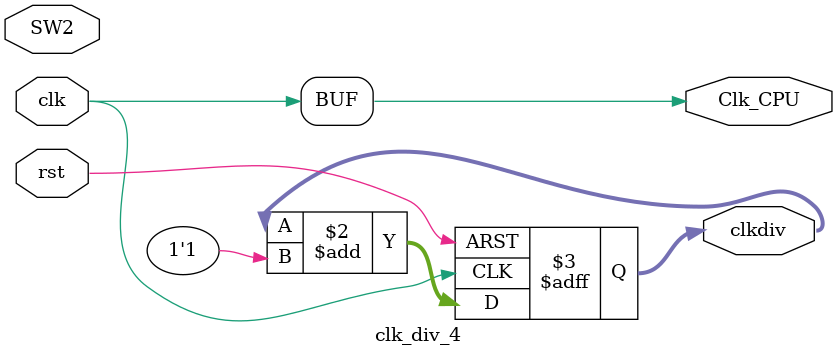
<source format=v>
module clk_div_4(
	input clk,
	input wire rst,
	input wire SW2,
	output reg[31:0] clkdiv,
	output wire Clk_CPU
    );
always @(posedge clk or posedge rst)begin
	if (rst) begin
		clkdiv <= 0;
	end else begin
		clkdiv <= clkdiv + 1'b1;
	end
end
assign Clk_CPU = clk;
endmodule
</source>
